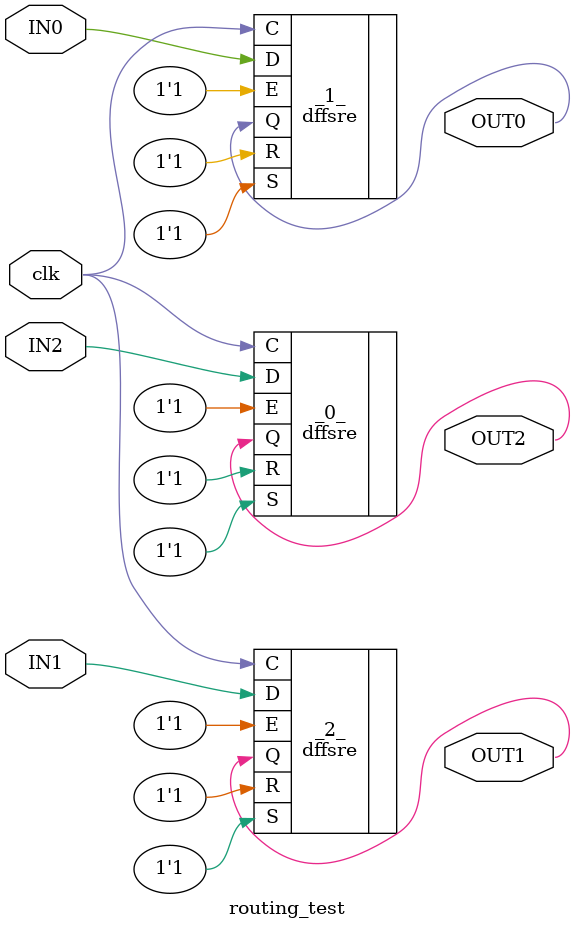
<source format=v>
/* Generated by Yosys 0.16+65 (git sha1 051517d61, gcc 9.1.0 -fPIC -Os) */

module routing_test(IN0, IN1, IN2, clk, OUT0, OUT1, OUT2);
  input IN0;
  wire IN0;
  input IN1;
  wire IN1;
  input IN2;
  wire IN2;
  output OUT0;
  wire OUT0;
  output OUT1;
  wire OUT1;
  output OUT2;
  wire OUT2;
  input clk;
  wire clk;
  dffsre _0_ (
    .C(clk),
    .D(IN2),
    .E(1'b1),
    .Q(OUT2),
    .R(1'b1),
    .S(1'b1)
  );
  dffsre _1_ (
    .C(clk),
    .D(IN0),
    .E(1'b1),
    .Q(OUT0),
    .R(1'b1),
    .S(1'b1)
  );
  dffsre _2_ (
    .C(clk),
    .D(IN1),
    .E(1'b1),
    .Q(OUT1),
    .R(1'b1),
    .S(1'b1)
  );
endmodule

</source>
